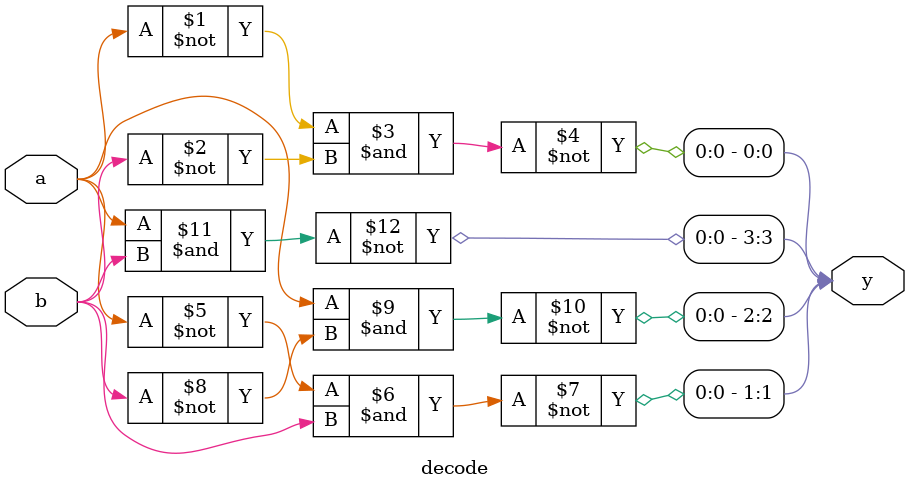
<source format=v>
module decode(a,b,y);
input a,b;
output [3:0]y;
assign y[0]=~(~a & ~b);
assign y[1]=~(~a & b);
assign y[2]=~(a & ~b);
assign y[3]=~(a&b);
endmodule

</source>
